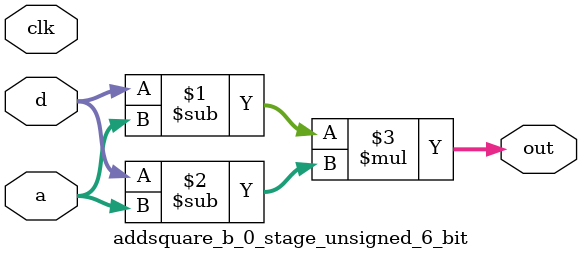
<source format=sv>
(* use_dsp = "yes" *) module addsquare_b_0_stage_unsigned_6_bit(
	input  [5:0] a,
	input  [5:0] d,
	output [5:0] out,
	input clk);

	assign out = (d - a) * (d - a);
endmodule

</source>
